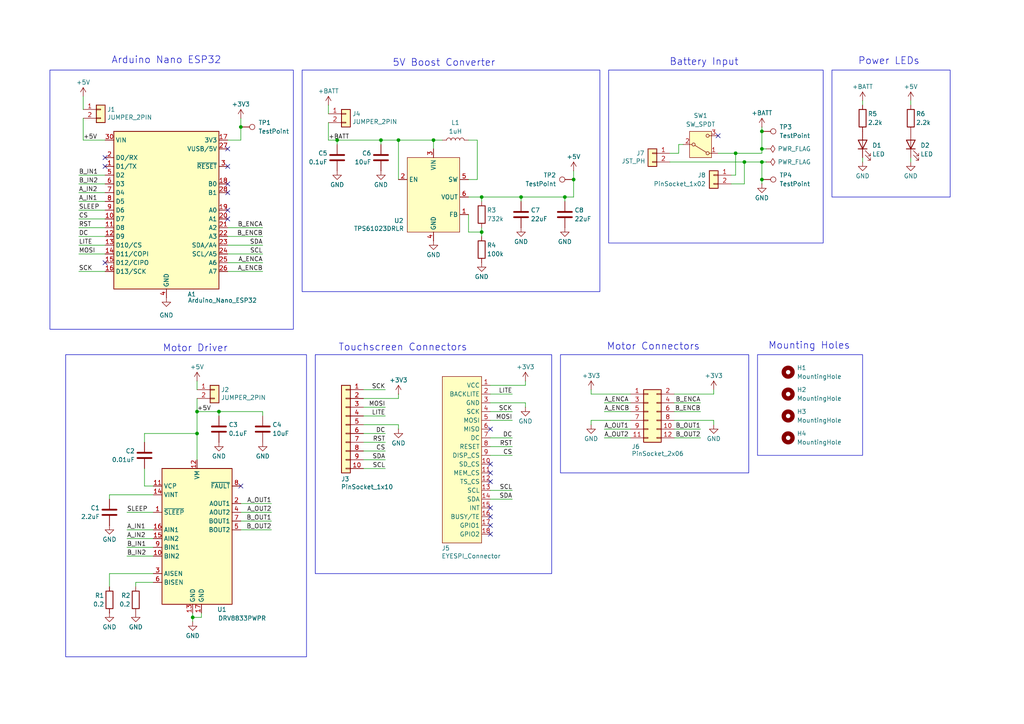
<source format=kicad_sch>
(kicad_sch (version 20250114) (generator "eeschema") (generator_version "9.0")
  (paper "A4")
  (title_block (title "Raster Bot") (rev "v0.1"))
  (lib_symbols
    (symbol "Connector:TestPoint" (pin_numbers (hide yes)) (pin_names (offset 0.762) (hide yes))
      (property "Reference" "TP" (at 0 6.858 0))
      (property "Value" "TestPoint" (at 0 5.08 0))
      (symbol "TestPoint_0_1"
        (circle (center 0 3.302) (radius 0.762))
      )
      (symbol "TestPoint_1_1"
        (pin passive line (at 0 0 90) (length 2.54) (name "1") (number "1"))
      )
    )
    (symbol "Connector_Generic:Conn_01x02" (pin_names (offset 1.016) (hide yes))
      (property "Reference" "J" (at 0 2.54 0))
      (property "Value" "Conn_01x02" (at 0 -5.08 0))
      (symbol "Conn_01x02_1_1"
        (rectangle (start -1.27 1.27) (end 1.27 -3.81) (stroke (width 0.254)) (fill (type background)))
        (rectangle (start -1.27 0.127) (end 0 -0.127) (stroke (width 0.1524)))
        (rectangle (start -1.27 -2.413) (end 0 -2.667) (stroke (width 0.1524)))
        (pin passive line (at -5.08 0 0) (length 3.81) (name "Pin_1") (number "1"))
        (pin passive line (at -5.08 -2.54 0) (length 3.81) (name "Pin_2") (number "2"))
      )
    )
    (symbol "Connector_Generic:Conn_01x10" (pin_names (offset 1.016) (hide yes))
      (property "Reference" "J" (at 0 12.7 0))
      (property "Value" "Conn_01x10" (at 0 -15.24 0))
      (symbol "Conn_01x10_1_1"
        (rectangle (start -1.27 11.43) (end 1.27 -13.97) (stroke (width 0.254)) (fill (type background)))
        (rectangle (start -1.27 10.287) (end 0 10.033) (stroke (width 0.1524)))
        (rectangle (start -1.27 7.747) (end 0 7.493) (stroke (width 0.1524)))
        (rectangle (start -1.27 5.207) (end 0 4.953) (stroke (width 0.1524)))
        (rectangle (start -1.27 2.667) (end 0 2.413) (stroke (width 0.1524)))
        (rectangle (start -1.27 0.127) (end 0 -0.127) (stroke (width 0.1524)))
        (rectangle (start -1.27 -2.413) (end 0 -2.667) (stroke (width 0.1524)))
        (rectangle (start -1.27 -4.953) (end 0 -5.207) (stroke (width 0.1524)))
        (rectangle (start -1.27 -7.493) (end 0 -7.747) (stroke (width 0.1524)))
        (rectangle (start -1.27 -10.033) (end 0 -10.287) (stroke (width 0.1524)))
        (rectangle (start -1.27 -12.573) (end 0 -12.827) (stroke (width 0.1524)))
        (pin passive line (at -5.08 10.16 0) (length 3.81) (name "Pin_1") (number "1"))
        (pin passive line (at -5.08 7.62 0) (length 3.81) (name "Pin_2") (number "2"))
        (pin passive line (at -5.08 5.08 0) (length 3.81) (name "Pin_3") (number "3"))
        (pin passive line (at -5.08 2.54 0) (length 3.81) (name "Pin_4") (number "4"))
        (pin passive line (at -5.08 0 0) (length 3.81) (name "Pin_5") (number "5"))
        (pin passive line (at -5.08 -2.54 0) (length 3.81) (name "Pin_6") (number "6"))
        (pin passive line (at -5.08 -5.08 0) (length 3.81) (name "Pin_7") (number "7"))
        (pin passive line (at -5.08 -7.62 0) (length 3.81) (name "Pin_8") (number "8"))
        (pin passive line (at -5.08 -10.16 0) (length 3.81) (name "Pin_9") (number "9"))
        (pin passive line (at -5.08 -12.7 0) (length 3.81) (name "Pin_10") (number "10"))
      )
    )
    (symbol "Connector_Generic:Conn_02x06_Odd_Even" (pin_names (offset 1.016) (hide yes))
      (property "Reference" "J" (at 1.27 7.62 0))
      (property "Value" "Conn_02x06_Odd_Even" (at 1.27 -10.16 0))
      (symbol "Conn_02x06_Odd_Even_1_1"
        (rectangle (start -1.27 6.35) (end 3.81 -8.89) (stroke (width 0.254)) (fill (type background)))
        (rectangle (start -1.27 5.207) (end 0 4.953) (stroke (width 0.1524)))
        (rectangle (start -1.27 2.667) (end 0 2.413) (stroke (width 0.1524)))
        (rectangle (start -1.27 0.127) (end 0 -0.127) (stroke (width 0.1524)))
        (rectangle (start -1.27 -2.413) (end 0 -2.667) (stroke (width 0.1524)))
        (rectangle (start -1.27 -4.953) (end 0 -5.207) (stroke (width 0.1524)))
        (rectangle (start -1.27 -7.493) (end 0 -7.747) (stroke (width 0.1524)))
        (rectangle (start 3.81 5.207) (end 2.54 4.953) (stroke (width 0.1524)))
        (rectangle (start 3.81 2.667) (end 2.54 2.413) (stroke (width 0.1524)))
        (rectangle (start 3.81 0.127) (end 2.54 -0.127) (stroke (width 0.1524)))
        (rectangle (start 3.81 -2.413) (end 2.54 -2.667) (stroke (width 0.1524)))
        (rectangle (start 3.81 -4.953) (end 2.54 -5.207) (stroke (width 0.1524)))
        (rectangle (start 3.81 -7.493) (end 2.54 -7.747) (stroke (width 0.1524)))
        (pin passive line (at -5.08 5.08 0) (length 3.81) (name "Pin_1") (number "1"))
        (pin passive line (at -5.08 2.54 0) (length 3.81) (name "Pin_3") (number "3"))
        (pin passive line (at -5.08 0 0) (length 3.81) (name "Pin_5") (number "5"))
        (pin passive line (at -5.08 -2.54 0) (length 3.81) (name "Pin_7") (number "7"))
        (pin passive line (at -5.08 -5.08 0) (length 3.81) (name "Pin_9") (number "9"))
        (pin passive line (at -5.08 -7.62 0) (length 3.81) (name "Pin_11") (number "11"))
        (pin passive line (at 7.62 5.08 180) (length 3.81) (name "Pin_2") (number "2"))
        (pin passive line (at 7.62 2.54 180) (length 3.81) (name "Pin_4") (number "4"))
        (pin passive line (at 7.62 0 180) (length 3.81) (name "Pin_6") (number "6"))
        (pin passive line (at 7.62 -2.54 180) (length 3.81) (name "Pin_8") (number "8"))
        (pin passive line (at 7.62 -5.08 180) (length 3.81) (name "Pin_10") (number "10"))
        (pin passive line (at 7.62 -7.62 180) (length 3.81) (name "Pin_12") (number "12"))
      )
    )
    (symbol "Device:C" (pin_numbers (hide yes)) (pin_names (offset 0.254))
      (property "Reference" "C" (at 0.635 2.54 0))
      (property "Value" "C" (at 0.635 -2.54 0))
      (symbol "C_0_1"
        (polyline (pts (xy -2.032 0.762) (xy 2.032 0.762)) (stroke (width 0.508)))
        (polyline (pts (xy -2.032 -0.762) (xy 2.032 -0.762)) (stroke (width 0.508)))
      )
      (symbol "C_1_1"
        (pin passive line (at 0 3.81 270) (length 2.794) (name "~") (number "1"))
        (pin passive line (at 0 -3.81 90) (length 2.794) (name "~") (number "2"))
      )
    )
    (symbol "Device:L" (pin_numbers (hide yes)) (pin_names (offset 1.016) (hide yes))
      (property "Reference" "L" (at -1.27 0 90))
      (property "Value" "L" (at 1.905 0 90))
      (symbol "L_0_1"
        (arc (start 0 2.54) (mid 0.6323 1.905) (end 0 1.27))
        (arc (start 0 1.27) (mid 0.6323 0.635) (end 0 0))
        (arc (start 0 0) (mid 0.6323 -0.635) (end 0 -1.27))
        (arc (start 0 -1.27) (mid 0.6323 -1.905) (end 0 -2.54))
      )
      (symbol "L_1_1"
        (pin passive line (at 0 3.81 270) (length 1.27) (name "1") (number "1"))
        (pin passive line (at 0 -3.81 90) (length 1.27) (name "2") (number "2"))
      )
    )
    (symbol "Device:LED" (pin_numbers (hide yes)) (pin_names (offset 1.016) (hide yes))
      (property "Reference" "D" (at 0 2.54 0))
      (property "Value" "LED" (at 0 -2.54 0))
      (symbol "LED_0_1"
        (polyline (pts (xy -3.048 -0.762) (xy -4.572 -2.286) (xy -3.81 -2.286) (xy -4.572 -2.286) (xy -4.572 -1.524)))
        (polyline (pts (xy -1.778 -0.762) (xy -3.302 -2.286) (xy -2.54 -2.286) (xy -3.302 -2.286) (xy -3.302 -1.524)))
        (polyline (pts (xy -1.27 0) (xy 1.27 0)))
        (polyline (pts (xy -1.27 -1.27) (xy -1.27 1.27)) (stroke (width 0.254)))
        (polyline (pts (xy 1.27 -1.27) (xy 1.27 1.27) (xy -1.27 0) (xy 1.27 -1.27)) (stroke (width 0.254)))
      )
      (symbol "LED_1_1"
        (pin passive line (at -3.81 0 0) (length 2.54) (name "K") (number "1"))
        (pin passive line (at 3.81 0 180) (length 2.54) (name "A") (number "2"))
      )
    )
    (symbol "Device:R" (pin_numbers (hide yes)) (pin_names (offset 0))
      (property "Reference" "R" (at 2.032 0 90))
      (property "Value" "R" (at 0 0 90))
      (symbol "R_0_1"
        (rectangle (start -1.016 -2.54) (end 1.016 2.54) (stroke (width 0.254)))
      )
      (symbol "R_1_1"
        (pin passive line (at 0 3.81 270) (length 1.27) (name "~") (number "1"))
        (pin passive line (at 0 -3.81 90) (length 1.27) (name "~") (number "2"))
      )
    )
    (symbol "MCU_Module:Arduino_Nano_ESP32"
      (property "Reference" "A" (at -14.986 23.622 0))
      (property "Value" "Arduino_Nano_ESP32" (at 3.81 -25.654 0))
      (symbol "Arduino_Nano_ESP32_0_1"
        (rectangle (start -15.24 22.86) (end 15.24 -22.86) (stroke (width 0.254)) (fill (type background)))
      )
      (symbol "Arduino_Nano_ESP32_1_1"
        (pin power_in line (at -17.78 20.32 0) (length 2.54) (name "VIN") (number "30"))
        (pin bidirectional line (at -17.78 15.24 0) (length 2.54) (name "D0/RX") (number "2"))
        (pin bidirectional line (at -17.78 12.7 0) (length 2.54) (name "D1/TX") (number "1"))
        (pin bidirectional line (at -17.78 10.16 0) (length 2.54) (name "D2") (number "5"))
        (pin bidirectional line (at -17.78 7.62 0) (length 2.54) (name "D3") (number "6"))
        (pin bidirectional line (at -17.78 5.08 0) (length 2.54) (name "D4") (number "7"))
        (pin bidirectional line (at -17.78 2.54 0) (length 2.54) (name "D5") (number "8"))
        (pin bidirectional line (at -17.78 0 0) (length 2.54) (name "D6") (number "9"))
        (pin bidirectional line (at -17.78 -2.54 0) (length 2.54) (name "D7") (number "10"))
        (pin bidirectional line (at -17.78 -5.08 0) (length 2.54) (name "D8") (number "11"))
        (pin bidirectional line (at -17.78 -7.62 0) (length 2.54) (name "D9") (number "12"))
        (pin bidirectional line (at -17.78 -10.16 0) (length 2.54) (name "D10/CS") (number "13"))
        (pin bidirectional line (at -17.78 -12.7 0) (length 2.54) (name "D11/COPI") (number "14"))
        (pin bidirectional line (at -17.78 -15.24 0) (length 2.54) (name "D12/CIPO") (number "15"))
        (pin bidirectional line (at -17.78 -17.78 0) (length 2.54) (name "D13/SCK") (number "16"))
        (pin passive line (at 0 -25.4 90) (length 2.54) (hide yes) (name "GND") (number "29"))
        (pin power_in line (at 0 -25.4 90) (length 2.54) (name "GND") (number "4"))
        (pin power_out line (at 17.78 20.32 180) (length 2.54) (name "3V3") (number "17"))
        (pin power_out line (at 17.78 17.78 180) (length 2.54) (name "VUSB/5V") (number "27"))
        (pin input line (at 17.78 12.7 180) (length 2.54) (name "~{RESET}") (number "3"))
        (pin bidirectional line (at 17.78 7.62 180) (length 2.54) (name "B0") (number "18"))
        (pin bidirectional line (at 17.78 5.08 180) (length 2.54) (name "B1") (number "28"))
        (pin bidirectional line (at 17.78 0 180) (length 2.54) (name "A0") (number "19"))
        (pin bidirectional line (at 17.78 -2.54 180) (length 2.54) (name "A1") (number "20"))
        (pin bidirectional line (at 17.78 -5.08 180) (length 2.54) (name "A2") (number "21"))
        (pin bidirectional line (at 17.78 -7.62 180) (length 2.54) (name "A3") (number "22"))
        (pin bidirectional line (at 17.78 -10.16 180) (length 2.54) (name "SDA/A4") (number "23"))
        (pin bidirectional line (at 17.78 -12.7 180) (length 2.54) (name "SCL/A5") (number "24"))
        (pin bidirectional line (at 17.78 -15.24 180) (length 2.54) (name "A6") (number "25"))
        (pin bidirectional line (at 17.78 -17.78 180) (length 2.54) (name "A7") (number "26"))
      )
    )
    (symbol "Mechanical:MountingHole" (pin_names (offset 1.016)) (in_bom no)
      (property "Reference" "H" (at 0 5.08 0))
      (property "Value" "MountingHole" (at 0 3.175 0))
      (symbol "MountingHole_0_1"
        (circle (center 0 0) (radius 1.27) (stroke (width 1.27)))
      )
    )
    (symbol "Switch:SW_SPDT" (pin_names (offset 0) (hide yes))
      (property "Reference" "SW" (at 0 5.08 0))
      (property "Value" "SW_SPDT" (at 0 -5.08 0))
      (symbol "SW_SPDT_0_1"
        (circle (center -2.032 0) (radius 0.4572))
        (polyline (pts (xy -1.651 0.254) (xy 1.651 2.286)))
        (circle (center 2.032 2.54) (radius 0.4572))
        (circle (center 2.032 -2.54) (radius 0.4572))
      )
      (symbol "SW_SPDT_1_1"
        (rectangle (start -3.175 3.81) (end 3.175 -3.81) (fill (type background)))
        (pin passive line (at -5.08 0 0) (length 2.54) (name "B") (number "2"))
        (pin passive line (at 5.08 2.54 180) (length 2.54) (name "A") (number "1"))
        (pin passive line (at 5.08 -2.54 180) (length 2.54) (name "C") (number "3"))
      )
    )
    (symbol "power:+3V3" (power) (pin_numbers (hide yes)) (pin_names (offset 0) (hide yes))
      (property "Value" "+3V3" (at 0 3.556 0))
      (symbol "+3V3_0_1"
        (polyline (pts (xy -0.762 1.27) (xy 0 2.54)))
        (polyline (pts (xy 0 2.54) (xy 0.762 1.27)))
        (polyline (pts (xy 0 0) (xy 0 2.54)))
      )
      (symbol "+3V3_1_1"
        (pin power_in line (at 0 0 90) (length 0) (name "~") (number "1"))
      )
    )
    (symbol "power:+5V" (power) (pin_numbers (hide yes)) (pin_names (offset 0) (hide yes))
      (property "Value" "+5V" (at 0 3.556 0))
      (symbol "+5V_0_1"
        (polyline (pts (xy -0.762 1.27) (xy 0 2.54)))
        (polyline (pts (xy 0 2.54) (xy 0.762 1.27)))
        (polyline (pts (xy 0 0) (xy 0 2.54)))
      )
      (symbol "+5V_1_1"
        (pin power_in line (at 0 0 90) (length 0) (name "~") (number "1"))
      )
    )
    (symbol "power:+BATT" (power) (pin_numbers (hide yes)) (pin_names (offset 0) (hide yes))
      (property "Value" "+BATT" (at 0 3.556 0))
      (symbol "+BATT_0_1"
        (polyline (pts (xy -0.762 1.27) (xy 0 2.54)))
        (polyline (pts (xy 0 2.54) (xy 0.762 1.27)))
        (polyline (pts (xy 0 0) (xy 0 2.54)))
      )
      (symbol "+BATT_1_1"
        (pin power_in line (at 0 0 90) (length 0) (name "~") (number "1"))
      )
    )
    (symbol "power:GND" (power) (pin_numbers (hide yes)) (pin_names (offset 0) (hide yes))
      (property "Value" "GND" (at 0 -3.81 0))
      (symbol "GND_0_1"
        (polyline (pts (xy 0 0) (xy 0 -1.27) (xy 1.27 -1.27) (xy 0 -2.54) (xy -1.27 -1.27) (xy 0 -1.27)))
      )
      (symbol "GND_1_1"
        (pin power_in line (at 0 0 270) (length 0) (name "~") (number "1"))
      )
    )
    (symbol "power:PWR_FLAG" (power) (pin_numbers (hide yes)) (pin_names (offset 0) (hide yes))
      (property "Value" "PWR_FLAG" (at 0 3.81 0))
      (symbol "PWR_FLAG_0_0"
        (pin power_out line (at 0 0 90) (length 0) (name "~") (number "1"))
      )
      (symbol "PWR_FLAG_0_1"
        (polyline (pts (xy 0 0) (xy 0 1.27) (xy -1.016 1.905) (xy 0 2.54) (xy 1.016 1.905) (xy 0 1.27)))
      )
    )
    (symbol "raster-bot:DRV8833PWPR"
      (property "Reference" "U" (at 5.842 -23.114 0))
      (property "Value" "DRV8833PWPR" (at 6.096 -25.654 0))
      (symbol "DRV8833PWPR_0_1"
        (rectangle (start -10.16 17.78) (end 10.16 -21.59) (stroke (width 0.254)) (fill (type background)))
      )
      (symbol "DRV8833PWPR_1_1"
        (pin passive line (at -12.7 12.7 0) (length 2.54) (name "VCP") (number "11"))
        (pin passive line (at -12.7 10.16 0) (length 2.54) (name "VINT") (number "14"))
        (pin input line (at -12.7 5.08 0) (length 2.54) (name "~{SLEEP}") (number "1"))
        (pin input line (at -12.7 0 0) (length 2.54) (name "AIN1") (number "16"))
        (pin input line (at -12.7 -2.54 0) (length 2.54) (name "AIN2") (number "15"))
        (pin input line (at -12.7 -5.08 0) (length 2.54) (name "BIN1") (number "9"))
        (pin input line (at -12.7 -7.62 0) (length 2.54) (name "BIN2") (number "10"))
        (pin passive line (at -12.7 -12.7 0) (length 2.54) (name "AISEN") (number "3"))
        (pin passive line (at -12.7 -15.24 0) (length 2.54) (name "BISEN") (number "6"))
        (pin power_in line (at -1.27 -24.13 90) (length 2.54) (name "GND") (number "13"))
        (pin power_in line (at 0 20.32 270) (length 2.54) (name "VM") (number "12"))
        (pin power_in line (at 1.27 -24.13 90) (length 2.54) (name "GND") (number "17"))
        (pin open_collector line (at 12.7 12.7 180) (length 2.54) (name "~{FAULT}") (number "8"))
        (pin output line (at 12.7 7.62 180) (length 2.54) (name "AOUT1") (number "2"))
        (pin output line (at 12.7 5.08 180) (length 2.54) (name "AOUT2") (number "4"))
        (pin output line (at 12.7 2.54 180) (length 2.54) (name "BOUT1") (number "7"))
        (pin output line (at 12.7 0 180) (length 2.54) (name "BOUT2") (number "5"))
      )
    )
    (symbol "raster-bot:EYESPI_Connector"
      (property "Reference" "J" (at -11.43 -30.48 0))
      (property "Value" "EYESPI_Connector" (at -11.43 -33.02 0))
      (symbol "EYESPI_Connector_1_1"
        (rectangle (start -11.43 19.05) (end 0 -29.21) (fill (type color) (color 255 255 194 1)))
        (pin power_in line (at 2.54 16.51 180) (length 2.54) (name "VCC") (number "1"))
        (pin input line (at 2.54 13.97 180) (length 2.54) (name "BACKLITE") (number "2"))
        (pin power_in line (at 2.54 11.43 180) (length 2.54) (name "GND") (number "3"))
        (pin input line (at 2.54 8.89 180) (length 2.54) (name "SCK") (number "4"))
        (pin input line (at 2.54 6.35 180) (length 2.54) (name "MOSI") (number "5"))
        (pin output line (at 2.54 3.81 180) (length 2.54) (name "MISO") (number "6"))
        (pin input line (at 2.54 1.27 180) (length 2.54) (name "DC") (number "7"))
        (pin input line (at 2.54 -1.27 180) (length 2.54) (name "RESET") (number "8"))
        (pin input line (at 2.54 -3.81 180) (length 2.54) (name "DISP_CS") (number "9"))
        (pin input line (at 2.54 -6.35 180) (length 2.54) (name "SD_CS") (number "10"))
        (pin input line (at 2.54 -8.89 180) (length 2.54) (name "MEM_CS") (number "11"))
        (pin input line (at 2.54 -11.43 180) (length 2.54) (name "TS_CS") (number "12"))
        (pin input line (at 2.54 -13.97 180) (length 2.54) (name "SCL") (number "13"))
        (pin bidirectional line (at 2.54 -16.51 180) (length 2.54) (name "SDA") (number "14"))
        (pin output line (at 2.54 -19.05 180) (length 2.54) (name "INT") (number "15"))
        (pin output line (at 2.54 -21.59 180) (length 2.54) (name "BUSY/TE") (number "16"))
        (pin passive line (at 2.54 -24.13 180) (length 2.54) (name "GPIO1") (number "17"))
        (pin passive line (at 2.54 -26.67 180) (length 2.54) (name "GPIO2") (number "18"))
      )
    )
    (symbol "raster-bot:TPS61023DRLR"
      (property "Reference" "U" (at 5.08 -12.7 0))
      (property "Value" "TPS61023DRLR" (at 5.08 -15.24 0))
      (symbol "TPS61023DRLR_1_1"
        (rectangle (start -7.62 10.16) (end 7.62 -11.43) (fill (type color) (color 255 255 194 1)))
        (pin input line (at -10.16 3.81 0) (length 2.54) (name "EN") (number "2"))
        (pin power_in line (at 0 12.7 270) (length 2.54) (name "VIN") (number "3"))
        (pin power_in line (at 0 -13.97 90) (length 2.54) (name "GND") (number "4"))
        (pin bidirectional line (at 10.16 3.81 180) (length 2.54) (name "SW") (number "5"))
        (pin power_out line (at 10.16 -1.27 180) (length 2.54) (name "VOUT") (number "6"))
        (pin passive line (at 10.16 -6.35 180) (length 2.54) (name "FB") (number "1"))
      )
    )
  )
  (rectangle (start 87.63 20.32) (end 173.99 84.582))
  (rectangle (start 91.44 102.87) (end 160.02 166.37))
  (rectangle (start 19.05 102.87) (end 88.9 190.5))
  (rectangle (start 176.53 20.32) (end 238.76 70.485))
  (rectangle (start 219.71 102.87) (end 250.19 132.08))
  (rectangle (start 162.56 102.87) (end 217.17 137.16))
  (rectangle (start 241.3 20.32) (end 275.59 57.15))
  (rectangle (start 14.478 20.32) (end 85.09 95.504))
  (text "Battery Input" (at 204.216 18.034 0) (effects (font (size 2.032 2.032))))
  (text "Power LEDs" (at 257.81 17.78 0) (effects (font (size 2.032 2.032))))
  (text "Motor Connectors" (at 189.484 100.584 0) (effects (font (size 2.032 2.032))))
  (text "Mounting Holes" (at 234.696 100.33 0) (effects (font (size 2.032 2.032))))
  (text "Touchscreen Connectors" (at 116.84 100.838 0) (effects (font (size 2.032 2.032))))
  (text "Motor Driver" (at 56.642 101.092 0) (effects (font (size 2.032 2.032))))
  (text "5V Boost Converter" (at 128.778 18.288 0) (effects (font (size 2.032 2.032))))
  (text "Arduino Nano ESP32" (at 48.26 17.526 0) (effects (font (size 2.032 2.032))))
  (junction (at 220.98 43.18))
  (junction (at 57.15 125.73))
  (junction (at 69.85 36.83))
  (junction (at 215.9 46.99))
  (junction (at 220.98 46.99))
  (junction (at 139.7 67.31))
  (junction (at 213.36 44.45))
  (junction (at 125.73 40.64))
  (junction (at 57.15 119.38))
  (junction (at 115.57 40.64))
  (junction (at 220.98 52.07))
  (junction (at 55.88 179.07))
  (junction (at 139.7 57.15))
  (junction (at 63.5 119.38))
  (junction (at 97.79 40.64))
  (junction (at 110.49 40.64))
  (junction (at 163.83 57.15))
  (junction (at 220.98 38.1))
  (junction (at 166.37 52.07))
  (junction (at 151.13 57.15))
  (no_connect (at 30.48 48.26))
  (no_connect (at 142.24 152.4))
  (no_connect (at 208.28 39.37))
  (no_connect (at 142.24 149.86))
  (no_connect (at 142.24 154.94))
  (no_connect (at 66.04 48.26))
  (no_connect (at 66.04 63.5))
  (no_connect (at 30.48 45.72))
  (no_connect (at 30.48 76.2))
  (no_connect (at 66.04 43.18))
  (no_connect (at 66.04 55.88))
  (no_connect (at 142.24 134.62))
  (no_connect (at 142.24 139.7))
  (no_connect (at 142.24 147.32))
  (no_connect (at 66.04 53.34))
  (no_connect (at 142.24 137.16))
  (no_connect (at 142.24 124.46))
  (no_connect (at 69.85 140.97))
  (no_connect (at 66.04 60.96))
  (wire (pts (xy 196.85 44.45) (xy 194.31 44.45)))
  (wire (pts (xy 125.73 40.64) (xy 125.73 43.18)))
  (wire (pts (xy 63.5 119.38) (xy 76.2 119.38)))
  (wire (pts (xy 36.83 148.59) (xy 44.45 148.59)))
  (wire (pts (xy 182.88 114.3) (xy 171.45 114.3)))
  (wire (pts (xy 22.86 53.34) (xy 30.48 53.34)))
  (wire (pts (xy 213.36 44.45) (xy 213.36 50.8)))
  (wire (pts (xy 58.42 179.07) (xy 55.88 179.07)))
  (wire (pts (xy 115.57 123.19) (xy 115.57 124.46)))
  (wire (pts (xy 31.75 143.51) (xy 31.75 144.78)))
  (wire (pts (xy 195.58 114.3) (xy 207.01 114.3)))
  (wire (pts (xy 207.01 121.92) (xy 207.01 123.19)))
  (wire (pts (xy 97.79 40.64) (xy 97.79 41.91)))
  (wire (pts (xy 220.98 52.07) (xy 220.98 53.34)))
  (wire (pts (xy 215.9 46.99) (xy 220.98 46.99)))
  (wire (pts (xy 24.13 34.29) (xy 24.13 40.64)))
  (wire (pts (xy 208.28 44.45) (xy 213.36 44.45)))
  (wire (pts (xy 69.85 34.29) (xy 69.85 36.83)))
  (wire (pts (xy 57.15 125.73) (xy 57.15 133.35)))
  (wire (pts (xy 105.41 125.73) (xy 111.76 125.73)))
  (wire (pts (xy 24.13 40.64) (xy 30.48 40.64)))
  (wire (pts (xy 55.88 179.07) (xy 55.88 180.34)))
  (wire (pts (xy 220.98 36.83) (xy 220.98 38.1)))
  (wire (pts (xy 69.85 153.67) (xy 78.74 153.67)))
  (wire (pts (xy 39.37 168.91) (xy 39.37 170.18)))
  (wire (pts (xy 135.89 57.15) (xy 139.7 57.15)))
  (wire (pts (xy 171.45 123.19) (xy 171.45 121.92)))
  (wire (pts (xy 69.85 36.83) (xy 69.85 40.64)))
  (wire (pts (xy 195.58 121.92) (xy 207.01 121.92)))
  (wire (pts (xy 195.58 119.38) (xy 203.2 119.38)))
  (wire (pts (xy 195.58 127) (xy 203.2 127)))
  (wire (pts (xy 22.86 68.58) (xy 30.48 68.58)))
  (wire (pts (xy 166.37 49.53) (xy 166.37 52.07)))
  (wire (pts (xy 95.25 35.56) (xy 95.25 40.64)))
  (wire (pts (xy 66.04 76.2) (xy 76.2 76.2)))
  (wire (pts (xy 95.25 40.64) (xy 97.79 40.64)))
  (wire (pts (xy 57.15 110.49) (xy 57.15 113.03)))
  (wire (pts (xy 175.26 116.84) (xy 182.88 116.84)))
  (wire (pts (xy 69.85 146.05) (xy 78.74 146.05)))
  (wire (pts (xy 31.75 143.51) (xy 44.45 143.51)))
  (wire (pts (xy 142.24 144.78) (xy 148.59 144.78)))
  (wire (pts (xy 22.86 60.96) (xy 30.48 60.96)))
  (wire (pts (xy 41.91 125.73) (xy 41.91 128.27)))
  (wire (pts (xy 105.41 135.89) (xy 111.76 135.89)))
  (wire (pts (xy 175.26 124.46) (xy 182.88 124.46)))
  (wire (pts (xy 22.86 63.5) (xy 30.48 63.5)))
  (wire (pts (xy 22.86 55.88) (xy 30.48 55.88)))
  (wire (pts (xy 105.41 113.03) (xy 111.76 113.03)))
  (wire (pts (xy 105.41 118.11) (xy 111.76 118.11)))
  (wire (pts (xy 142.24 142.24) (xy 148.59 142.24)))
  (wire (pts (xy 163.83 57.15) (xy 166.37 57.15)))
  (wire (pts (xy 250.19 46.99) (xy 250.19 45.72)))
  (wire (pts (xy 57.15 119.38) (xy 57.15 125.73)))
  (wire (pts (xy 22.86 73.66) (xy 30.48 73.66)))
  (wire (pts (xy 22.86 78.74) (xy 30.48 78.74)))
  (wire (pts (xy 125.73 40.64) (xy 128.27 40.64)))
  (wire (pts (xy 36.83 161.29) (xy 44.45 161.29)))
  (wire (pts (xy 139.7 58.42) (xy 139.7 57.15)))
  (wire (pts (xy 220.98 43.18) (xy 220.98 44.45)))
  (wire (pts (xy 175.26 119.38) (xy 182.88 119.38)))
  (wire (pts (xy 31.75 166.37) (xy 31.75 170.18)))
  (wire (pts (xy 41.91 140.97) (xy 44.45 140.97)))
  (wire (pts (xy 171.45 114.3) (xy 171.45 113.03)))
  (wire (pts (xy 95.25 30.48) (xy 95.25 33.02)))
  (wire (pts (xy 105.41 120.65) (xy 111.76 120.65)))
  (wire (pts (xy 207.01 114.3) (xy 207.01 113.03)))
  (wire (pts (xy 142.24 129.54) (xy 148.59 129.54)))
  (wire (pts (xy 152.4 116.84) (xy 142.24 116.84)))
  (wire (pts (xy 66.04 73.66) (xy 76.2 73.66)))
  (wire (pts (xy 115.57 114.3) (xy 115.57 115.57)))
  (wire (pts (xy 139.7 67.31) (xy 139.7 68.58)))
  (wire (pts (xy 139.7 57.15) (xy 151.13 57.15)))
  (wire (pts (xy 220.98 46.99) (xy 220.98 52.07)))
  (wire (pts (xy 115.57 40.64) (xy 115.57 52.07)))
  (wire (pts (xy 264.16 29.21) (xy 264.16 30.48)))
  (wire (pts (xy 142.24 132.08) (xy 148.59 132.08)))
  (wire (pts (xy 215.9 53.34) (xy 215.9 46.99)))
  (wire (pts (xy 222.25 43.18) (xy 220.98 43.18)))
  (wire (pts (xy 110.49 40.64) (xy 110.49 41.91)))
  (wire (pts (xy 105.41 130.81) (xy 111.76 130.81)))
  (wire (pts (xy 166.37 52.07) (xy 166.37 57.15)))
  (wire (pts (xy 36.83 153.67) (xy 44.45 153.67)))
  (wire (pts (xy 41.91 125.73) (xy 57.15 125.73)))
  (wire (pts (xy 151.13 58.42) (xy 151.13 57.15)))
  (wire (pts (xy 195.58 124.46) (xy 203.2 124.46)))
  (wire (pts (xy 31.75 166.37) (xy 44.45 166.37)))
  (wire (pts (xy 69.85 151.13) (xy 78.74 151.13)))
  (wire (pts (xy 194.31 46.99) (xy 215.9 46.99)))
  (wire (pts (xy 264.16 46.99) (xy 264.16 45.72)))
  (wire (pts (xy 22.86 66.04) (xy 30.48 66.04)))
  (wire (pts (xy 250.19 29.21) (xy 250.19 30.48)))
  (wire (pts (xy 139.7 66.04) (xy 139.7 67.31)))
  (wire (pts (xy 142.24 127) (xy 148.59 127)))
  (wire (pts (xy 163.83 58.42) (xy 163.83 57.15)))
  (wire (pts (xy 22.86 71.12) (xy 30.48 71.12)))
  (wire (pts (xy 213.36 44.45) (xy 220.98 44.45)))
  (wire (pts (xy 135.89 40.64) (xy 138.43 40.64)))
  (wire (pts (xy 152.4 110.49) (xy 152.4 111.76)))
  (wire (pts (xy 115.57 40.64) (xy 125.73 40.64)))
  (wire (pts (xy 220.98 38.1) (xy 220.98 43.18)))
  (wire (pts (xy 142.24 121.92) (xy 148.59 121.92)))
  (wire (pts (xy 76.2 119.38) (xy 76.2 120.65)))
  (wire (pts (xy 142.24 119.38) (xy 148.59 119.38)))
  (wire (pts (xy 63.5 119.38) (xy 63.5 120.65)))
  (wire (pts (xy 24.13 27.94) (xy 24.13 31.75)))
  (wire (pts (xy 66.04 71.12) (xy 76.2 71.12)))
  (wire (pts (xy 110.49 40.64) (xy 115.57 40.64)))
  (wire (pts (xy 222.25 46.99) (xy 220.98 46.99)))
  (wire (pts (xy 57.15 115.57) (xy 57.15 119.38)))
  (wire (pts (xy 151.13 57.15) (xy 163.83 57.15)))
  (wire (pts (xy 135.89 67.31) (xy 139.7 67.31)))
  (wire (pts (xy 39.37 168.91) (xy 44.45 168.91)))
  (wire (pts (xy 66.04 66.04) (xy 76.2 66.04)))
  (wire (pts (xy 105.41 128.27) (xy 111.76 128.27)))
  (wire (pts (xy 57.15 119.38) (xy 63.5 119.38)))
  (wire (pts (xy 69.85 40.64) (xy 66.04 40.64)))
  (wire (pts (xy 142.24 111.76) (xy 152.4 111.76)))
  (wire (pts (xy 195.58 116.84) (xy 203.2 116.84)))
  (wire (pts (xy 55.88 177.8) (xy 55.88 179.07)))
  (wire (pts (xy 115.57 123.19) (xy 105.41 123.19)))
  (wire (pts (xy 58.42 177.8) (xy 58.42 179.07)))
  (wire (pts (xy 22.86 50.8) (xy 30.48 50.8)))
  (wire (pts (xy 138.43 52.07) (xy 135.89 52.07)))
  (wire (pts (xy 171.45 121.92) (xy 182.88 121.92)))
  (wire (pts (xy 152.4 116.84) (xy 152.4 118.11)))
  (wire (pts (xy 196.85 41.91) (xy 196.85 44.45)))
  (wire (pts (xy 212.09 53.34) (xy 215.9 53.34)))
  (wire (pts (xy 175.26 127) (xy 182.88 127)))
  (wire (pts (xy 138.43 40.64) (xy 138.43 52.07)))
  (wire (pts (xy 69.85 148.59) (xy 78.74 148.59)))
  (wire (pts (xy 36.83 156.21) (xy 44.45 156.21)))
  (wire (pts (xy 66.04 68.58) (xy 76.2 68.58)))
  (wire (pts (xy 105.41 133.35) (xy 111.76 133.35)))
  (wire (pts (xy 135.89 62.23) (xy 135.89 67.31)))
  (wire (pts (xy 105.41 115.57) (xy 115.57 115.57)))
  (wire (pts (xy 66.04 78.74) (xy 76.2 78.74)))
  (wire (pts (xy 22.86 58.42) (xy 30.48 58.42)))
  (wire (pts (xy 142.24 114.3) (xy 148.59 114.3)))
  (wire (pts (xy 41.91 135.89) (xy 41.91 140.97)))
  (wire (pts (xy 36.83 158.75) (xy 44.45 158.75)))
  (wire (pts (xy 198.12 41.91) (xy 196.85 41.91)))
  (wire (pts (xy 97.79 40.64) (xy 110.49 40.64)))
  (wire (pts (xy 213.36 50.8) (xy 212.09 50.8)))
  (label "DC" (at 111.76 125.73 180))
  (label "SCK" (at 111.76 113.03 180))
  (label "A_IN2" (at 36.83 156.21 0))
  (label "A_ENCA" (at 76.2 76.2 180))
  (label "CS" (at 22.86 63.5 0))
  (label "SCK" (at 22.86 78.74 0))
  (label "B_OUT2" (at 203.2 127 180))
  (label "A_IN2" (at 22.86 55.88 0))
  (label "SCL" (at 111.76 135.89 180))
  (label "SCL" (at 76.2 73.66 180))
  (label "A_OUT1" (at 175.26 124.46 0))
  (label "A_IN1" (at 36.83 153.67 0))
  (label "LITE" (at 111.76 120.65 180))
  (label "LITE" (at 148.59 114.3 180))
  (label "SCK" (at 148.59 119.38 180))
  (label "B_IN1" (at 22.86 50.8 0))
  (label "B_ENCA" (at 76.2 66.04 180))
  (label "SDA" (at 76.2 71.12 180))
  (label "B_IN1" (at 36.83 158.75 0))
  (label "A_OUT2" (at 78.74 148.59 180))
  (label "MOSI" (at 111.76 118.11 180))
  (label "SDA" (at 148.59 144.78 180))
  (label "B_OUT1" (at 203.2 124.46 180))
  (label "RST" (at 22.86 66.04 0))
  (label "B_ENCB" (at 76.2 68.58 180))
  (label "A_IN1" (at 22.86 58.42 0))
  (label "B_ENCA" (at 203.2 116.84 180))
  (label "A_ENCA" (at 175.26 116.84 0))
  (label "CS" (at 148.59 132.08 180))
  (label "MOSI" (at 22.86 73.66 0))
  (label "SCL" (at 148.59 142.24 180))
  (label "A_OUT2" (at 175.26 127 0))
  (label "RST" (at 111.76 128.27 180))
  (label "RST" (at 148.59 129.54 180))
  (label "B_IN2" (at 22.86 53.34 0))
  (label "+5V" (at 57.15 119.38 0))
  (label "+5V" (at 24.13 40.64 0))
  (label "B_OUT2" (at 78.74 153.67 180))
  (label "B_IN2" (at 36.83 161.29 0))
  (label "SDA" (at 111.76 133.35 180))
  (label "MOSI" (at 148.59 121.92 180))
  (label "SLEEP" (at 22.86 60.96 0))
  (label "DC" (at 22.86 68.58 0))
  (label "SLEEP" (at 36.83 148.59 0))
  (label "DC" (at 148.59 127 180))
  (label "+BATT" (at 95.25 40.64 0))
  (label "B_ENCB" (at 203.2 119.38 180))
  (label "CS" (at 111.76 130.81 180))
  (label "A_ENCB" (at 175.26 119.38 0))
  (label "A_OUT1" (at 78.74 146.05 180))
  (label "B_OUT1" (at 78.74 151.13 180))
  (label "A_ENCB" (at 76.2 78.74 180))
  (label "LITE" (at 22.86 71.12 0))
  (symbol (lib_id "Device:R") (at 39.37 173.99 0) (mirror y) (unit 1)
    (property "Reference" "R2" (at 37.846 172.72 0) (effects (justify left)))
    (property "Value" "0.2" (at 37.846 175.26 0) (effects (justify left)))
    (property "Footprint" "Resistor_SMD:R_1206_3216Metric" (effects (hide yes)))
    (property "Description" "Resistor" (effects (hide yes)))
    (property "LCSC" "C7467885" (effects (hide yes)))
  )
  (symbol (lib_id "power:GND") (at 31.75 152.4 0) (mirror y) (unit 1)
    (property "Reference" "#PWR02" (effects (hide yes)))
    (property "Value" "GND" (at 31.75 156.464 0))
    (property "Description" "Power symbol creates a global label with name \"GND\" , ground" (effects (hide yes)))
  )
  (symbol (lib_id "power:GND") (at 163.83 66.04 0) (unit 1)
    (property "Reference" "#PWR021" (effects (hide yes)))
    (property "Value" "GND" (at 163.83 70.104 0))
    (property "Description" "Power symbol creates a global label with name \"GND\" , ground" (effects (hide yes)))
  )
  (symbol (lib_id "power:+3V3") (at 171.45 113.03 0) (unit 1)
    (property "Reference" "#PWR023" (effects (hide yes)))
    (property "Value" "+3V3" (at 171.45 108.966 0))
    (property "Description" "Power symbol creates a global label with name \"+3V3\"" (effects (hide yes)))
  )
  (symbol (lib_id "Device:C") (at 63.5 124.46 0) (unit 1)
    (property "Reference" "C3" (at 66.294 123.19 0) (effects (justify left)))
    (property "Value" "0.1uF" (at 66.294 125.73 0) (effects (justify left)))
    (property "Footprint" "Capacitor_SMD:C_0805_2012Metric" (effects (hide yes)))
    (property "Description" "Unpolarized capacitor" (effects (hide yes)))
    (property "LCSC" "C28233" (effects (hide yes)))
  )
  (symbol (lib_id "Mechanical:MountingHole") (at 228.6 114.3 0) (unit 1) (in_bom no)
    (property "Reference" "H2" (at 231.14 113.0299 0) (effects (justify left)))
    (property "Value" "MountingHole" (at 231.14 115.5699 0) (effects (justify left)))
    (property "Footprint" "MountingHole:MountingHole_3.2mm_M3" (effects (hide yes)))
    (property "Description" "Mounting Hole without connection" (effects (hide yes)))
  )
  (symbol (lib_id "Mechanical:MountingHole") (at 228.6 107.95 0) (unit 1) (in_bom no)
    (property "Reference" "H1" (at 231.14 106.6799 0) (effects (justify left)))
    (property "Value" "MountingHole" (at 231.14 109.2199 0) (effects (justify left)))
    (property "Footprint" "MountingHole:MountingHole_3.2mm_M3" (effects (hide yes)))
    (property "Description" "Mounting Hole without connection" (effects (hide yes)))
  )
  (symbol (lib_id "power:GND") (at 220.98 53.34 0) (mirror y) (unit 1)
    (property "Reference" "#PWR028" (effects (hide yes)))
    (property "Value" "GND" (at 220.98 57.404 0))
    (property "Description" "Power symbol creates a global label with name \"GND\" , ground" (effects (hide yes)))
  )
  (symbol (lib_id "Connector:TestPoint") (at 69.85 36.83 270) (unit 1) (in_bom no)
    (property "Reference" "TP1" (at 74.93 35.5599 90) (effects (justify left)))
    (property "Value" "TestPoint" (at 74.93 38.0999 90) (effects (justify left)))
    (property "Footprint" "TestPoint:TestPoint_Pad_1.5x1.5mm" (effects (hide yes)))
    (property "Description" "test point" (effects (hide yes)))
  )
  (symbol (lib_id "Connector_Generic:Conn_01x02") (at 100.33 33.02 0) (unit 1)
    (property "Reference" "J4" (at 103.378 33.02 0))
    (property "Value" "JUMPER_2PIN" (at 108.712 35.306 0))
    (property "Footprint" "Connector_PinHeader_2.54mm:PinHeader_1x02_P2.54mm_Vertical" (effects (hide yes)))
    (property "Description" "Generic connector, single row, 01x02, script generated (kicad-library-utils/schlib/autogen/connector/)" (effects (hide yes)))
    (property "LCSC" "C124375" (effects (hide yes)))
  )
  (symbol (lib_id "power:+BATT") (at 220.98 36.83 0) (mirror y) (unit 1)
    (property "Reference" "#PWR027" (effects (hide yes)))
    (property "Value" "+BATT" (at 220.98 32.766 0))
    (property "Description" "Power symbol creates a global label with name \"+BATT\"" (effects (hide yes)))
  )
  (symbol (lib_id "Mechanical:MountingHole") (at 228.6 120.65 0) (unit 1) (in_bom no)
    (property "Reference" "H3" (at 231.14 119.3799 0) (effects (justify left)))
    (property "Value" "MountingHole" (at 231.14 121.9199 0) (effects (justify left)))
    (property "Footprint" "MountingHole:MountingHole_3.2mm_M3" (effects (hide yes)))
    (property "Description" "Mounting Hole without connection" (effects (hide yes)))
  )
  (symbol (lib_id "Connector:TestPoint") (at 220.98 52.07 270) (unit 1) (in_bom no)
    (property "Reference" "TP4" (at 226.06 50.7999 90) (effects (justify left)))
    (property "Value" "TestPoint" (at 226.06 53.3399 90) (effects (justify left)))
    (property "Footprint" "TestPoint:TestPoint_Pad_1.5x1.5mm" (effects (hide yes)))
    (property "Description" "test point" (effects (hide yes)))
  )
  (symbol (lib_id "power:+3V3") (at 115.57 114.3 0) (unit 1)
    (property "Reference" "#PWR014" (effects (hide yes)))
    (property "Value" "+3V3" (at 115.57 110.236 0))
    (property "Description" "Power symbol creates a global label with name \"+3V3\"" (effects (hide yes)))
  )
  (symbol (lib_id "power:+5V") (at 57.15 110.49 0) (unit 1)
    (property "Reference" "#PWR07" (effects (hide yes)))
    (property "Value" "+5V" (at 57.15 106.426 0))
    (property "Description" "Power symbol creates a global label with name \"+5V\"" (effects (hide yes)))
  )
  (symbol (lib_id "Device:C") (at 163.83 62.23 0) (unit 1)
    (property "Reference" "C8" (at 166.624 60.96 0) (effects (justify left)))
    (property "Value" "22uF" (at 166.624 63.5 0) (effects (justify left)))
    (property "Footprint" "Capacitor_SMD:C_0805_2012Metric" (effects (hide yes)))
    (property "Description" "Unpolarized capacitor" (effects (hide yes)))
    (property "LCSC" "C45783" (effects (hide yes)))
  )
  (symbol (lib_id "power:GND") (at 250.19 46.99 0) (unit 1)
    (property "Reference" "#PWR030" (effects (hide yes)))
    (property "Value" "GND" (at 250.19 51.054 0))
    (property "Description" "Power symbol creates a global label with name \"GND\" , ground" (effects (hide yes)))
  )
  (symbol (lib_id "power:GND") (at 207.01 123.19 0) (unit 1)
    (property "Reference" "#PWR026" (effects (hide yes)))
    (property "Value" "GND" (at 207.01 127.254 0))
    (property "Description" "Power symbol creates a global label with name \"GND\" , ground" (effects (hide yes)))
  )
  (symbol (lib_id "power:GND") (at 125.73 69.85 0) (unit 1)
    (property "Reference" "#PWR016" (effects (hide yes)))
    (property "Value" "GND" (at 125.73 73.914 0))
    (property "Description" "Power symbol creates a global label with name \"GND\" , ground" (effects (hide yes)))
  )
  (symbol (lib_id "Connector:TestPoint") (at 220.98 38.1 270) (unit 1) (in_bom no)
    (property "Reference" "TP3" (at 226.06 36.8299 90) (effects (justify left)))
    (property "Value" "TestPoint" (at 226.06 39.3699 90) (effects (justify left)))
    (property "Footprint" "TestPoint:TestPoint_Pad_1.5x1.5mm" (effects (hide yes)))
    (property "Description" "test point" (effects (hide yes)))
  )
  (symbol (lib_id "power:+BATT") (at 250.19 29.21 0) (unit 1)
    (property "Reference" "#PWR029" (effects (hide yes)))
    (property "Value" "+BATT" (at 250.19 25.146 0))
    (property "Description" "Power symbol creates a global label with name \"+BATT\"" (effects (hide yes)))
  )
  (symbol (lib_id "Device:C") (at 151.13 62.23 0) (unit 1)
    (property "Reference" "C7" (at 153.924 60.96 0) (effects (justify left)))
    (property "Value" "22uF" (at 153.924 63.5 0) (effects (justify left)))
    (property "Footprint" "Capacitor_SMD:C_0805_2012Metric" (effects (hide yes)))
    (property "Description" "Unpolarized capacitor" (effects (hide yes)))
    (property "LCSC" "C45783" (effects (hide yes)))
  )
  (symbol (lib_id "power:GND") (at 171.45 123.19 0) (unit 1)
    (property "Reference" "#PWR024" (effects (hide yes)))
    (property "Value" "GND" (at 171.45 127.254 0))
    (property "Description" "Power symbol creates a global label with name \"GND\" , ground" (effects (hide yes)))
  )
  (symbol (lib_id "Device:R") (at 250.19 34.29 0) (unit 1)
    (property "Reference" "R5" (at 251.714 33.02 0) (effects (justify left)))
    (property "Value" "2.2k" (at 251.714 35.56 0) (effects (justify left)))
    (property "Footprint" "Resistor_SMD:R_0603_1608Metric" (effects (hide yes)))
    (property "Description" "Resistor" (effects (hide yes)))
    (property "LCSC" "C4190" (effects (hide yes)))
  )
  (symbol (lib_id "power:GND") (at 76.2 128.27 0) (unit 1)
    (property "Reference" "#PWR010" (effects (hide yes)))
    (property "Value" "GND" (at 76.2 132.334 0))
    (property "Description" "Power symbol creates a global label with name \"GND\" , ground" (effects (hide yes)))
  )
  (symbol (lib_id "Connector:TestPoint") (at 166.37 52.07 90) (mirror x) (unit 1) (in_bom no)
    (property "Reference" "TP2" (at 161.29 50.7999 90) (effects (justify left)))
    (property "Value" "TestPoint" (at 161.29 53.3399 90) (effects (justify left)))
    (property "Footprint" "TestPoint:TestPoint_Pad_1.5x1.5mm" (effects (hide yes)))
    (property "Description" "test point" (effects (hide yes)))
  )
  (symbol (lib_id "power:GND") (at 264.16 46.99 0) (unit 1)
    (property "Reference" "#PWR032" (effects (hide yes)))
    (property "Value" "GND" (at 264.16 51.054 0))
    (property "Description" "Power symbol creates a global label with name \"GND\" , ground" (effects (hide yes)))
  )
  (symbol (lib_id "power:GND") (at 152.4 118.11 0) (unit 1)
    (property "Reference" "#PWR019" (effects (hide yes)))
    (property "Value" "GND" (at 152.4 122.174 0))
    (property "Description" "Power symbol creates a global label with name \"GND\" , ground" (effects (hide yes)))
  )
  (symbol (lib_id "power:GND") (at 139.7 76.2 0) (unit 1)
    (property "Reference" "#PWR017" (effects (hide yes)))
    (property "Value" "GND" (at 139.7 80.264 0))
    (property "Description" "Power symbol creates a global label with name \"GND\" , ground" (effects (hide yes)))
  )
  (symbol (lib_id "Connector_Generic:Conn_01x02") (at 29.21 31.75 0) (unit 1)
    (property "Reference" "J1" (at 32.258 31.75 0))
    (property "Value" "JUMPER_2PIN" (at 37.592 34.036 0))
    (property "Footprint" "Connector_PinHeader_2.54mm:PinHeader_1x02_P2.54mm_Vertical" (effects (hide yes)))
    (property "Description" "Generic connector, single row, 01x02, script generated (kicad-library-utils/schlib/autogen/connector/)" (effects (hide yes)))
    (property "LCSC" "C124375" (effects (hide yes)))
  )
  (symbol (lib_id "power:+BATT") (at 264.16 29.21 0) (unit 1)
    (property "Reference" "#PWR031" (effects (hide yes)))
    (property "Value" "+5V" (at 264.16 25.146 0))
    (property "Description" "Power symbol creates a global label with name \"+BATT\"" (effects (hide yes)))
  )
  (symbol (lib_id "power:+5V") (at 166.37 49.53 0) (unit 1)
    (property "Reference" "#PWR022" (effects (hide yes)))
    (property "Value" "+5V" (at 166.37 45.466 0))
    (property "Description" "Power symbol creates a global label with name \"+5V\"" (effects (hide yes)))
  )
  (symbol (lib_id "Device:R") (at 139.7 62.23 0) (unit 1)
    (property "Reference" "R3" (at 141.224 60.96 0) (effects (justify left)))
    (property "Value" "732k" (at 141.224 63.5 0) (effects (justify left)))
    (property "Footprint" "Resistor_SMD:R_0603_1608Metric" (effects (hide yes)))
    (property "Description" "Resistor" (effects (hide yes)))
    (property "LCSC" "C23239" (effects (hide yes)))
  )
  (symbol (lib_id "Device:R") (at 264.16 34.29 0) (unit 1)
    (property "Reference" "R6" (at 265.684 33.02 0) (effects (justify left)))
    (property "Value" "2.2k" (at 265.684 35.56 0) (effects (justify left)))
    (property "Footprint" "Resistor_SMD:R_0603_1608Metric" (effects (hide yes)))
    (property "Description" "Resistor" (effects (hide yes)))
    (property "LCSC" "C4190" (effects (hide yes)))
  )
  (symbol (lib_id "Device:R") (at 139.7 72.39 0) (unit 1)
    (property "Reference" "R4" (at 141.224 71.12 0) (effects (justify left)))
    (property "Value" "100k" (at 141.224 73.66 0) (effects (justify left)))
    (property "Footprint" "Resistor_SMD:R_0603_1608Metric" (effects (hide yes)))
    (property "Description" "Resistor" (effects (hide yes)))
    (property "LCSC" "C25803" (effects (hide yes)))
  )
  (symbol (lib_id "power:GND") (at 31.75 177.8 0) (unit 1)
    (property "Reference" "#PWR03" (effects (hide yes)))
    (property "Value" "GND" (at 31.75 181.864 0))
    (property "Description" "Power symbol creates a global label with name \"GND\" , ground" (effects (hide yes)))
  )
  (symbol (lib_id "Connector_Generic:Conn_02x06_Odd_Even") (at 187.96 119.38 0) (unit 1)
    (property "Reference" "J6" (at 184.404 129.54 0))
    (property "Value" "PinSocket_2x06" (at 190.754 131.572 0))
    (property "Footprint" "Connector_PinSocket_2.54mm:PinSocket_2x06_P2.54mm_Vertical" (effects (hide yes)))
    (property "Description" "Generic connector, double row, 02x06, odd/even pin numbering scheme (row 1 odd numbers, row 2 even numbers), script generated (kicad-library-utils/schlib/autogen/connector/)" (effects (hide yes)))
    (property "LCSC" "C18078145" (effects (hide yes)))
  )
  (symbol (lib_id "power:PWR_FLAG") (at 222.25 43.18 270) (mirror x) (unit 1)
    (property "Reference" "#FLG01" (effects (hide yes)))
    (property "Value" "PWR_FLAG" (at 225.552 43.18 90) (effects (justify left)))
    (property "Description" "Special symbol for telling ERC where power comes from" (effects (hide yes)))
  )
  (symbol (lib_id "power:GND") (at 39.37 177.8 0) (unit 1)
    (property "Reference" "#PWR04" (effects (hide yes)))
    (property "Value" "GND" (at 39.37 181.864 0))
    (property "Description" "Power symbol creates a global label with name \"GND\" , ground" (effects (hide yes)))
  )
  (symbol (lib_id "Device:R") (at 31.75 173.99 0) (mirror y) (unit 1)
    (property "Reference" "R1" (at 30.226 172.72 0) (effects (justify left)))
    (property "Value" "0.2" (at 30.226 175.26 0) (effects (justify left)))
    (property "Footprint" "Resistor_SMD:R_1206_3216Metric" (effects (hide yes)))
    (property "Description" "Resistor" (effects (hide yes)))
    (property "LCSC" "C7467885" (effects (hide yes)))
  )
  (symbol (lib_id "raster-bot:TPS61023DRLR") (at 125.73 55.88 0) (unit 1)
    (property "Reference" "U2" (at 114.3 64.008 0) (effects (justify left)))
    (property "Value" "TPS61023DRLR" (at 102.616 66.294 0) (effects (justify left)))
    (property "Footprint" "Package_TO_SOT_SMD:SOT-563" (effects (hide yes)))
    (property "Datasheet" "https://www.ti.com/lit/ds/symlink/tps61023.pdf" (effects (hide yes)))
    (property "Description" "3.7-A boost converter with 0.5-V ultra-low input voltage" (effects (hide yes)))
    (property "LCSC" "C919459" (effects (hide yes)))
  )
  (symbol (lib_id "power:GND") (at 97.79 49.53 0) (mirror y) (unit 1)
    (property "Reference" "#PWR012" (effects (hide yes)))
    (property "Value" "GND" (at 97.79 53.594 0))
    (property "Description" "Power symbol creates a global label with name \"GND\" , ground" (effects (hide yes)))
  )
  (symbol (lib_id "power:GND") (at 55.88 180.34 0) (unit 1)
    (property "Reference" "#PWR06" (effects (hide yes)))
    (property "Value" "GND" (at 55.88 184.404 0))
    (property "Description" "Power symbol creates a global label with name \"GND\" , ground" (effects (hide yes)))
  )
  (symbol (lib_id "power:GND") (at 48.26 86.36 0) (unit 1)
    (property "Reference" "#PWR05" (effects (hide yes)))
    (property "Value" "GND" (at 48.26 91.44 0))
    (property "Description" "Power symbol creates a global label with name \"GND\" , ground" (effects (hide yes)))
  )
  (symbol (lib_id "Device:C") (at 97.79 45.72 0) (mirror y) (unit 1)
    (property "Reference" "C5" (at 94.996 44.45 0) (effects (justify left)))
    (property "Value" "0.1uF" (at 94.996 46.99 0) (effects (justify left)))
    (property "Footprint" "Capacitor_SMD:C_0805_2012Metric" (effects (hide yes)))
    (property "Description" "Unpolarized capacitor" (effects (hide yes)))
    (property "LCSC" "C28233" (effects (hide yes)))
  )
  (symbol (lib_id "Device:C") (at 31.75 148.59 0) (mirror y) (unit 1)
    (property "Reference" "C1" (at 28.956 147.32 0) (effects (justify left)))
    (property "Value" "2.2uF" (at 28.956 149.86 0) (effects (justify left)))
    (property "Footprint" "Capacitor_SMD:C_0805_2012Metric" (effects (hide yes)))
    (property "Description" "Unpolarized capacitor" (effects (hide yes)))
    (property "LCSC" "C377773" (effects (hide yes)))
    (property "Voltage" "6.3" (effects (hide yes)))
  )
  (symbol (lib_id "power:PWR_FLAG") (at 222.25 46.99 270) (mirror x) (unit 1)
    (property "Reference" "#FLG02" (effects (hide yes)))
    (property "Value" "PWR_FLAG" (at 225.552 46.99 90) (effects (justify left)))
    (property "Description" "Special symbol for telling ERC where power comes from" (effects (hide yes)))
  )
  (symbol (lib_id "Connector_Generic:Conn_01x02") (at 207.01 50.8 0) (mirror y) (unit 1) (in_bom no)
    (property "Reference" "J8" (at 204.724 50.8 0) (effects (justify left)))
    (property "Value" "PinSocket_1x02" (at 204.724 53.34 0) (effects (justify left)))
    (property "Footprint" "Connector_PinSocket_2.54mm:PinSocket_1x02_P2.54mm_Vertical" (effects (hide yes)))
    (property "Description" "Generic connector, single row, 01x02, script generated (kicad-library-utils/schlib/autogen/connector/)" (effects (hide yes)))
  )
  (symbol (lib_id "Connector_Generic:Conn_01x10") (at 100.33 123.19 0) (mirror y) (unit 1)
    (property "Reference" "J3" (at 101.346 138.938 0) (effects (justify left)))
    (property "Value" "PinSocket_1x10" (at 114.046 141.224 0) (effects (justify left)))
    (property "Footprint" "Connector_PinSocket_2.54mm:PinSocket_1x10_P2.54mm_Vertical" (effects (hide yes)))
    (property "Description" "Generic connector, single row, 01x10, script generated (kicad-library-utils/schlib/autogen/connector/)" (effects (hide yes)))
    (property "LCSC" "C18078132" (effects (hide yes)))
  )
  (symbol (lib_id "Device:LED") (at 264.16 41.91 90) (unit 1)
    (property "Reference" "D2" (at 266.954 42.164 90) (effects (justify right)))
    (property "Value" "LED" (at 266.954 44.704 90) (effects (justify right)))
    (property "Footprint" "LED_SMD:LED_0603_1608Metric" (effects (hide yes)))
    (property "Description" "Light emitting diode" (effects (hide yes)))
    (property "Sim.Pins" "1=K 2=A" (effects (hide yes)))
    (property "LCSC" "C2286" (effects (hide yes)))
  )
  (symbol (lib_id "power:GND") (at 63.5 128.27 0) (unit 1)
    (property "Reference" "#PWR08" (effects (hide yes)))
    (property "Value" "GND" (at 63.5 132.334 0))
    (property "Description" "Power symbol creates a global label with name \"GND\" , ground" (effects (hide yes)))
  )
  (symbol (lib_id "raster-bot:DRV8833PWPR") (at 57.15 153.67 0) (unit 1)
    (property "Reference" "U1" (at 62.992 176.784 0) (effects (justify left)))
    (property "Value" "DRV8833PWPR" (at 63.246 179.324 0) (effects (justify left)))
    (property "Footprint" "raster-bot:HTSSOP-16-1EP_4.4x5mm_P0.65mm_EP3.4x5mm_Mask2.66x2.46mm_ThermalVias" (effects (hide yes)))
    (property "Datasheet" "http://www.ti.com/lit/ds/symlink/drv8833.pdf" (effects (hide yes)))
    (property "Description" "Dual H-Bridge Motor Driver, HTSSOP-16" (effects (hide yes)))
    (property "LCSC" "C50506" (effects (hide yes)))
  )
  (symbol (lib_id "power:GND") (at 110.49 49.53 0) (unit 1)
    (property "Reference" "#PWR013" (effects (hide yes)))
    (property "Value" "GND" (at 110.49 53.594 0))
    (property "Description" "Power symbol creates a global label with name \"GND\" , ground" (effects (hide yes)))
  )
  (symbol (lib_id "Device:C") (at 41.91 132.08 0) (mirror y) (unit 1)
    (property "Reference" "C2" (at 39.116 130.81 0) (effects (justify left)))
    (property "Value" "0.01uF" (at 39.116 133.35 0) (effects (justify left)))
    (property "Footprint" "Capacitor_SMD:C_0805_2012Metric" (effects (hide yes)))
    (property "Description" "Unpolarized capacitor" (effects (hide yes)))
    (property "LCSC" "C1710" (effects (hide yes)))
    (property "Voltage" "16" (effects (hide yes)))
    (property "Dielectric" "X7R" (effects (hide yes)))
  )
  (symbol (lib_id "power:GND") (at 151.13 66.04 0) (unit 1)
    (property "Reference" "#PWR020" (effects (hide yes)))
    (property "Value" "GND" (at 151.13 70.104 0))
    (property "Description" "Power symbol creates a global label with name \"GND\" , ground" (effects (hide yes)))
  )
  (symbol (lib_id "Connector_Generic:Conn_01x02") (at 62.23 113.03 0) (unit 1)
    (property "Reference" "J2" (at 65.278 113.03 0))
    (property "Value" "JUMPER_2PIN" (at 70.612 115.316 0))
    (property "Footprint" "Connector_PinHeader_2.54mm:PinHeader_1x02_P2.54mm_Vertical" (effects (hide yes)))
    (property "Description" "Generic connector, single row, 01x02, script generated (kicad-library-utils/schlib/autogen/connector/)" (effects (hide yes)))
    (property "LCSC" "C124375" (effects (hide yes)))
  )
  (symbol (lib_id "Connector_Generic:Conn_01x02") (at 189.23 44.45 0) (mirror y) (unit 1)
    (property "Reference" "J7" (at 186.944 44.45 0) (effects (justify left)))
    (property "Value" "JST_PH" (at 187.198 46.736 0) (effects (justify left)))
    (property "Footprint" "Connector_JST:JST_PH_B2B-PH-K_1x02_P2.00mm_Vertical" (effects (hide yes)))
    (property "Description" "Generic connector, single row, 01x02, script generated (kicad-library-utils/schlib/autogen/connector/)" (effects (hide yes)))
    (property "LCSC" "C131337" (effects (hide yes)))
  )
  (symbol (lib_id "Mechanical:MountingHole") (at 228.6 127 0) (unit 1) (in_bom no)
    (property "Reference" "H4" (at 231.14 125.7299 0) (effects (justify left)))
    (property "Value" "MountingHole" (at 231.14 128.2699 0) (effects (justify left)))
    (property "Footprint" "MountingHole:MountingHole_3.2mm_M3" (effects (hide yes)))
    (property "Description" "Mounting Hole without connection" (effects (hide yes)))
  )
  (symbol (lib_id "power:+3V3") (at 207.01 113.03 0) (unit 1)
    (property "Reference" "#PWR025" (effects (hide yes)))
    (property "Value" "+3V3" (at 207.01 108.966 0))
    (property "Description" "Power symbol creates a global label with name \"+3V3\"" (effects (hide yes)))
  )
  (symbol (lib_id "power:+5V") (at 24.13 27.94 0) (unit 1)
    (property "Reference" "#PWR01" (effects (hide yes)))
    (property "Value" "+5V" (at 24.13 23.876 0))
    (property "Description" "Power symbol creates a global label with name \"+5V\"" (effects (hide yes)))
  )
  (symbol (lib_id "power:+BATT") (at 95.25 30.48 0) (unit 1)
    (property "Reference" "#PWR011" (effects (hide yes)))
    (property "Value" "+BATT" (at 95.25 26.416 0))
    (property "Description" "Power symbol creates a global label with name \"+BATT\"" (effects (hide yes)))
  )
  (symbol (lib_id "Device:LED") (at 250.19 41.91 90) (unit 1)
    (property "Reference" "D1" (at 252.984 42.164 90) (effects (justify right)))
    (property "Value" "LED" (at 252.984 44.704 90) (effects (justify right)))
    (property "Footprint" "LED_SMD:LED_0603_1608Metric" (effects (hide yes)))
    (property "Description" "Light emitting diode" (effects (hide yes)))
    (property "Sim.Pins" "1=K 2=A" (effects (hide yes)))
    (property "LCSC" "C2286" (effects (hide yes)))
  )
  (symbol (lib_id "Device:C") (at 110.49 45.72 0) (mirror y) (unit 1)
    (property "Reference" "C6" (at 107.696 44.45 0) (effects (justify left)))
    (property "Value" "10uF" (at 107.696 46.99 0) (effects (justify left)))
    (property "Footprint" "Capacitor_SMD:C_0805_2012Metric" (effects (hide yes)))
    (property "Description" "Unpolarized capacitor" (effects (hide yes)))
    (property "LCSC" "C15850" (effects (hide yes)))
  )
  (symbol (lib_id "power:+3V3") (at 152.4 110.49 0) (unit 1)
    (property "Reference" "#PWR018" (effects (hide yes)))
    (property "Value" "+3V3" (at 152.4 106.426 0))
    (property "Description" "Power symbol creates a global label with name \"+3V3\"" (effects (hide yes)))
  )
  (symbol (lib_id "power:+3V3") (at 69.85 34.29 0) (unit 1)
    (property "Reference" "#PWR09" (effects (hide yes)))
    (property "Value" "+3V3" (at 69.85 30.226 0))
    (property "Description" "Power symbol creates a global label with name \"+3V3\"" (effects (hide yes)))
  )
  (symbol (lib_id "Device:C") (at 76.2 124.46 0) (unit 1)
    (property "Reference" "C4" (at 78.994 123.19 0) (effects (justify left)))
    (property "Value" "10uF" (at 78.994 125.73 0) (effects (justify left)))
    (property "Footprint" "Capacitor_SMD:C_0805_2012Metric" (effects (hide yes)))
    (property "Description" "Unpolarized capacitor" (effects (hide yes)))
    (property "LCSC" "C15850" (effects (hide yes)))
  )
  (symbol (lib_id "MCU_Module:Arduino_Nano_ESP32") (at 48.26 60.96 0) (unit 1) (in_bom no)
    (property "Reference" "A1" (at 55.626 85.344 0))
    (property "Value" "Arduino_Nano_ESP32" (at 64.516 87.122 0))
    (property "Footprint" "Module:Arduino_Nano" (effects (hide yes)))
    (property "Datasheet" "https://docs.arduino.cc/resources/datasheets/ABX00083-datasheet.pdf" (effects (hide yes)))
    (property "Description" "Arduino Nano board based on the ESP32-S3 with a dual-core 240 MHz processor, 384 kB ROM, 512 kB SRAM. Operates at 3.3V, with 5V USB-C® input and 6-21V VIN. Features Wi-Fi®, Bluetooth® LE, digital and analog pins, and supports SPI, I2C, UART, I2S, and CAN." (effects (hide yes)))
  )
  (symbol (lib_id "power:GND") (at 115.57 124.46 0) (unit 1)
    (property "Reference" "#PWR015" (effects (hide yes)))
    (property "Value" "GND" (at 115.57 128.524 0))
    (property "Description" "Power symbol creates a global label with name \"GND\" , ground" (effects (hide yes)))
  )
  (symbol (lib_id "raster-bot:EYESPI_Connector") (at 139.7 128.27 0) (unit 1)
    (property "Reference" "J5" (at 129.286 159.004 0))
    (property "Value" "EYESPI_Connector" (at 136.652 161.29 0))
    (property "Footprint" "raster-bot:XUNPU_FPC-05F-18PH20_1x18-1MP_P0.5mm_Horizontal" (effects (hide yes)))
    (property "LCSC" "C2856802" (effects (hide yes)))
  )
  (symbol (lib_id "Device:L") (at 132.08 40.64 90) (unit 1)
    (property "Reference" "L1" (at 132.08 35.56 90))
    (property "Value" "1uH" (at 132.08 38.1 90))
    (property "Footprint" "Inductor_SMD:L_Coilcraft_XxL4030" (effects (hide yes)))
    (property "Description" "Inductor" (effects (hide yes)))
    (property "LCSC" "C5441341" (effects (hide yes)))
  )
  (symbol (lib_id "Switch:SW_SPDT") (at 203.2 41.91 0) (mirror x) (unit 1)
    (property "Reference" "SW1" (at 203.2 33.528 0))
    (property "Value" "SW_SPDT" (at 203.2 36.068 0))
    (property "Footprint" "raster-bot:SW_SPDT_Shouhan_MSK12C02" (effects (hide yes)))
    (property "Description" "Switch, single pole double throw" (effects (hide yes)))
    (property "LCSC" "C431541" (effects (hide yes)))
  )
)
</source>
